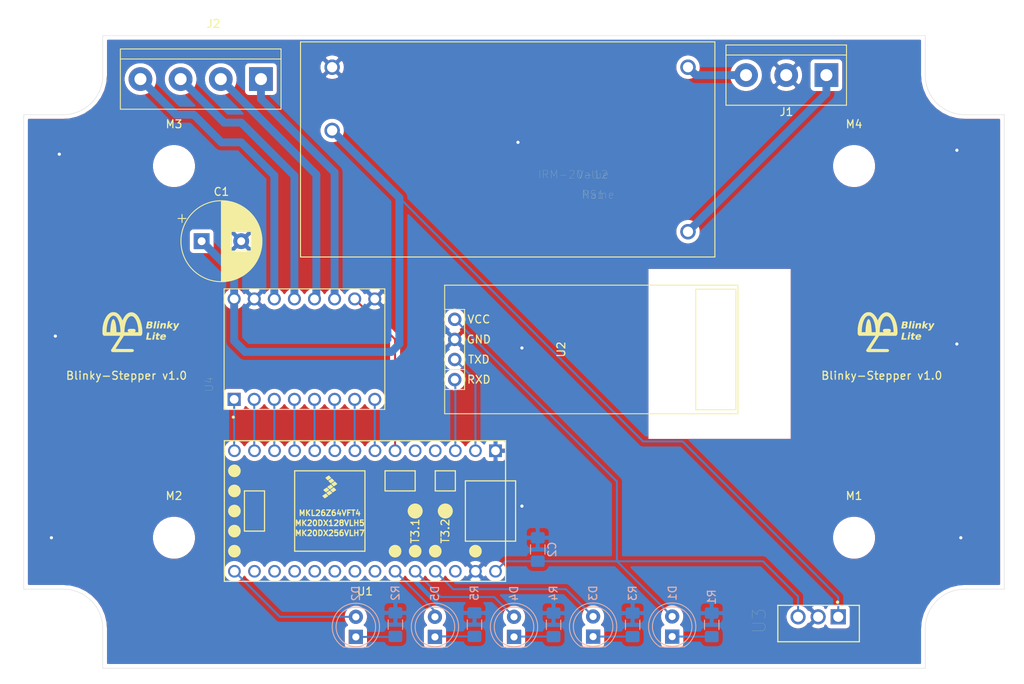
<source format=kicad_pcb>
(kicad_pcb (version 20171130) (host pcbnew 5.1.6-c6e7f7d~87~ubuntu18.04.1)
  (layers (0 F.Cu signal) (31 B.Cu signal) (34 B.Paste user) (35 F.Paste user) (36 B.SilkS user) (37 F.SilkS user) (38 B.Mask user) (39 F.Mask user) (44 Edge.Cuts user))
  (net 0 "")
  (net 1 +12V)
  (net 2 GND)
  (net 3 +5V)
  (net 4 "Net-(D1-Pad1)")
  (net 5 "Net-(D2-Pad1)")
  (net 6 "Net-(D2-Pad2)")
  (net 7 "Net-(D3-Pad2)")
  (net 8 "Net-(D3-Pad1)")
  (net 9 "Net-(D4-Pad1)")
  (net 10 "Net-(D4-Pad2)")
  (net 11 "Net-(D5-Pad1)")
  (net 12 "Net-(D5-Pad2)")
  (net 13 "Net-(J1-Pad1)")
  (net 14 "Net-(J1-Pad3)")
  (net 15 "Net-(J2-Pad2)")
  (net 16 "Net-(J2-Pad3)")
  (net 17 "Net-(J2-Pad1)")
  (net 18 "Net-(J2-Pad4)")
  (net 19 "Net-(U1-Pad17)")
  (net 20 "Net-(U1-Pad18)")
  (net 21 "Net-(U1-Pad19)")
  (net 22 "Net-(U1-Pad16)")
  (net 23 "Net-(U1-Pad15)")
  (net 24 "Net-(U1-Pad14)")
  (net 25 "Net-(U1-Pad21)")
  (net 26 "Net-(U1-Pad22)")
  (net 27 "Net-(U1-Pad23)")
  (net 28 "Net-(U1-Pad24)")
  (net 29 "Net-(U1-Pad25)")
  (net 30 "Net-(U1-Pad26)")
  (net 31 "Net-(U1-Pad27)")
  (net 32 "Net-(U1-Pad31)")
  (net 33 "Net-(U1-Pad34)")
  (net 34 "Net-(U1-Pad35)")
  (net 35 "Net-(U1-Pad36)")
  (net 36 "Net-(U1-Pad37)")
  (net 37 "Net-(U1-Pad13)")
  (net 38 "Net-(U1-Pad12)")
  (net 39 "Net-(U1-Pad11)")
  (net 40 "Net-(U1-Pad10)")
  (net 41 "Net-(U1-Pad9)")
  (net 42 "Net-(U1-Pad8)")
  (net 43 "Net-(U1-Pad7)")
  (net 44 "Net-(U1-Pad6)")
  (net 45 "Net-(U1-Pad5)")
  (net 46 "Net-(U1-Pad4)")
  (net 47 "Net-(U1-Pad3)")
  (net 48 "Net-(U1-Pad2)")
  (module dmcginnis427Footprints:blinkyLiteLogo (layer F.Cu) (at 103 97.5)
    (fp_text reference G*** hide)
    (fp_text value LOGO hide)
  )
  (module dmcginnis427Footprints:blinkyLiteLogo (layer F.Cu) (at 198.5 97.5)
    (fp_text reference G*** hide)
    (fp_text value LOGO hide)
  )
  (module MountingHole:MountingHole_4.3mm_M4 (layer F.Cu) (at 107 123.5)
    (fp_text reference M2 (at 0 -5.3) (layer F.SilkS))
    (fp_text value MountingHole_4.3mm_M4)
    (pad 1 np_thru_hole circle (at 0 0) (size 4.3 4.3) (drill 4.3) (layers *.Cu *.Mask))
  )
  (module MountingHole:MountingHole_4.3mm_M4 (layer F.Cu) (at 107 76.5)
    (fp_text reference M3 (at 0 -5.3) (layer F.SilkS))
    (fp_text value MountingHole_4.3mm_M4)
    (pad 1 np_thru_hole circle (at 0 0) (size 4.3 4.3) (drill 4.3) (layers *.Cu *.Mask))
  )
  (module MountingHole:MountingHole_4.3mm_M4 (layer F.Cu) (at 193 123.5)
    (fp_text reference M1 (at 0 -5.3) (layer F.SilkS))
    (fp_text value MountingHole_4.3mm_M4)
    (pad 1 np_thru_hole circle (at 0 0) (size 4.3 4.3) (drill 4.3) (layers *.Cu *.Mask))
  )
  (module MountingHole:MountingHole_4.3mm_M4 (layer F.Cu) (at 193 76.5)
    (fp_text reference M4 (at 0 -5.3) (layer F.SilkS))
    (fp_text value MountingHole_4.3mm_M4)
    (pad 1 np_thru_hole circle (at 0 0) (size 4.3 4.3) (drill 4.3) (layers *.Cu *.Mask))
  )
  (module Capacitor_THT:CP_Radial_D10.0mm_P5.00mm (layer F.Cu) (at 110.5 86)
    (fp_text reference C1 (at 2.5 -6.25) (layer F.SilkS))
    (fp_text value 100uF)
    (pad 1 thru_hole rect (at 0 0) (size 2 2) (drill 1) (layers *.Cu *.Mask) (net 1 +12V))
    (pad 2 thru_hole circle (at 5 0) (size 2 2) (drill 1) (layers *.Cu *.Mask) (net 2 GND))
  )
  (module Capacitor_SMD:C_1206_3216Metric_Pad1.42x1.75mm_HandSolder (layer B.Cu) (at 153 124.9875 90)
    (fp_text reference C2 (at 0 1.82 90) (layer B.SilkS) (effects (justify mirror)))
    (fp_text value 1uF)
    (pad 1 smd roundrect (at -1.4875 0 90) (size 1.425 1.75) (layers B.Cu B.Paste B.Mask) (roundrect_rratio 0.175439) (net 3 +5V))
    (pad 2 smd roundrect (at 1.4875 0 90) (size 1.425 1.75) (layers B.Cu B.Paste B.Mask) (roundrect_rratio 0.175439) (net 2 GND))
  )
  (module LED_THT:LED_D5.0mm (layer B.Cu) (at 170 136 90)
    (fp_text reference D1 (at 5.5 0.04 270) (layer B.SilkS) (effects (justify mirror)))
    (fp_text value LED)
    (pad 2 thru_hole circle (at 2.54 0 90) (size 1.8 1.8) (drill 0.9) (layers *.Cu *.Mask) (net 3 +5V))
    (pad 1 thru_hole rect (at 0 0 90) (size 1.8 1.8) (drill 0.9) (layers *.Cu *.Mask) (net 4 "Net-(D1-Pad1)"))
  )
  (module LED_THT:LED_D5.0mm (layer B.Cu) (at 130 136.04 90)
    (fp_text reference D2 (at 5.5 0 270) (layer B.SilkS) (effects (justify mirror)))
    (fp_text value LED)
    (pad 1 thru_hole rect (at 0 0 90) (size 1.8 1.8) (drill 0.9) (layers *.Cu *.Mask) (net 5 "Net-(D2-Pad1)"))
    (pad 2 thru_hole circle (at 2.54 0 90) (size 1.8 1.8) (drill 0.9) (layers *.Cu *.Mask) (net 6 "Net-(D2-Pad2)"))
  )
  (module LED_THT:LED_D5.0mm (layer B.Cu) (at 160 136 90)
    (fp_text reference D3 (at 5.5 0 270) (layer B.SilkS) (effects (justify mirror)))
    (fp_text value LED)
    (pad 2 thru_hole circle (at 2.54 0 90) (size 1.8 1.8) (drill 0.9) (layers *.Cu *.Mask) (net 7 "Net-(D3-Pad2)"))
    (pad 1 thru_hole rect (at 0 0 90) (size 1.8 1.8) (drill 0.9) (layers *.Cu *.Mask) (net 8 "Net-(D3-Pad1)"))
  )
  (module LED_THT:LED_D5.0mm (layer B.Cu) (at 150 136.04 90)
    (fp_text reference D4 (at 5.5 0 270) (layer B.SilkS) (effects (justify mirror)))
    (fp_text value LED)
    (pad 1 thru_hole rect (at 0 0 90) (size 1.8 1.8) (drill 0.9) (layers *.Cu *.Mask) (net 9 "Net-(D4-Pad1)"))
    (pad 2 thru_hole circle (at 2.54 0 90) (size 1.8 1.8) (drill 0.9) (layers *.Cu *.Mask) (net 10 "Net-(D4-Pad2)"))
  )
  (module LED_THT:LED_D5.0mm (layer B.Cu) (at 140 136.04 90)
    (fp_text reference D5 (at 5.5 0 270) (layer B.SilkS) (effects (justify mirror)))
    (fp_text value LED)
    (pad 1 thru_hole rect (at 0 0 90) (size 1.8 1.8) (drill 0.9) (layers *.Cu *.Mask) (net 11 "Net-(D5-Pad1)"))
    (pad 2 thru_hole circle (at 2.54 0 90) (size 1.8 1.8) (drill 0.9) (layers *.Cu *.Mask) (net 12 "Net-(D5-Pad2)"))
  )
  (module TerminalBlock:TerminalBlock_bornier-3_P5.08mm (layer F.Cu) (at 189.5 65 180)
    (fp_text reference J1 (at 5.05 -4.65) (layer F.SilkS))
    (fp_text value Screw_Terminal_01x03)
    (pad 1 thru_hole rect (at 0 0 180) (size 3 3) (drill 1.52) (layers *.Cu *.Mask) (net 13 "Net-(J1-Pad1)"))
    (pad 2 thru_hole circle (at 5.08 0 180) (size 3 3) (drill 1.52) (layers *.Cu *.Mask) (net 2 GND))
    (pad 3 thru_hole circle (at 10.16 0 180) (size 3 3) (drill 1.52) (layers *.Cu *.Mask) (net 14 "Net-(J1-Pad3)"))
  )
  (module TerminalBlock:TerminalBlock_bornier-4_P5.08mm (layer F.Cu) (at 118 65.5 180)
    (fp_text reference J2 (at 6 7) (layer F.SilkS))
    (fp_text value Screw_Terminal_01x04)
    (pad 2 thru_hole circle (at 5.08 0 180) (size 3 3) (drill 1.52) (layers *.Cu *.Mask) (net 15 "Net-(J2-Pad2)"))
    (pad 3 thru_hole circle (at 10.16 0 180) (size 3 3) (drill 1.52) (layers *.Cu *.Mask) (net 16 "Net-(J2-Pad3)"))
    (pad 1 thru_hole rect (at 0 0 180) (size 3 3) (drill 1.52) (layers *.Cu *.Mask) (net 17 "Net-(J2-Pad1)"))
    (pad 4 thru_hole circle (at 15.24 0 180) (size 3 3) (drill 1.52) (layers *.Cu *.Mask) (net 18 "Net-(J2-Pad4)"))
  )
  (module IRM-20-12:IRM-20-12 (layer F.Cu) (at 149.2 74.4 180)
    (fp_text reference PS1 (at -10.795 -5.715) (layer F.SilkS) (effects (font (thickness 0.015))))
    (fp_text value IRM-20-12 (at -8.255 -3.175) (layer F.SilkS) (effects (font (thickness 0.015))))
    (fp_text user Name (at -11.43 -5.715) (layer F.SilkS) (effects (font (thickness 0.015))))
    (fp_text user Value (at -10.795 -3.175) (layer F.SilkS) (effects (font (thickness 0.015))))
    (pad AC/N thru_hole circle (at -22.8 10.4 180) (size 1.95 1.95) (drill 1.3) (layers *.Cu *.Mask) (net 14 "Net-(J1-Pad3)"))
    (pad AC/L thru_hole circle (at -22.8 -10.4 180) (size 1.95 1.95) (drill 1.3) (layers *.Cu *.Mask) (net 13 "Net-(J1-Pad1)"))
    (pad V thru_hole circle (at 22.2 10.4 180) (size 1.95 1.95) (drill 1.3) (layers *.Cu *.Mask) (net 2 GND))
    (pad V+ thru_hole circle (at 22.2 2.4 180) (size 1.95 1.95) (drill 1.3) (layers *.Cu *.Mask) (net 1 +12V))
  )
  (module Resistor_SMD:R_1206_3216Metric_Pad1.42x1.75mm_HandSolder (layer B.Cu) (at 175 134.5125 270)
    (fp_text reference R1 (at -3.5 0 90) (layer B.SilkS) (effects (justify mirror)))
    (fp_text value 220)
    (pad 1 smd roundrect (at -1.4875 0 270) (size 1.425 1.75) (layers B.Cu B.Paste B.Mask) (roundrect_rratio 0.175439) (net 2 GND))
    (pad 2 smd roundrect (at 1.4875 0 270) (size 1.425 1.75) (layers B.Cu B.Paste B.Mask) (roundrect_rratio 0.175439) (net 4 "Net-(D1-Pad1)"))
  )
  (module Resistor_SMD:R_1206_3216Metric_Pad1.42x1.75mm_HandSolder (layer B.Cu) (at 135 134.4875 270)
    (fp_text reference R2 (at -4 0 90) (layer B.SilkS) (effects (justify mirror)))
    (fp_text value 220)
    (pad 2 smd roundrect (at 1.4875 0 270) (size 1.425 1.75) (layers B.Cu B.Paste B.Mask) (roundrect_rratio 0.175439) (net 5 "Net-(D2-Pad1)"))
    (pad 1 smd roundrect (at -1.4875 0 270) (size 1.425 1.75) (layers B.Cu B.Paste B.Mask) (roundrect_rratio 0.175439) (net 2 GND))
  )
  (module Resistor_SMD:R_1206_3216Metric_Pad1.42x1.75mm_HandSolder (layer B.Cu) (at 165 134.5125 270)
    (fp_text reference R3 (at -4 0 90) (layer B.SilkS) (effects (justify mirror)))
    (fp_text value 220)
    (pad 1 smd roundrect (at -1.4875 0 270) (size 1.425 1.75) (layers B.Cu B.Paste B.Mask) (roundrect_rratio 0.175439) (net 2 GND))
    (pad 2 smd roundrect (at 1.4875 0 270) (size 1.425 1.75) (layers B.Cu B.Paste B.Mask) (roundrect_rratio 0.175439) (net 8 "Net-(D3-Pad1)"))
  )
  (module Resistor_SMD:R_1206_3216Metric_Pad1.42x1.75mm_HandSolder (layer B.Cu) (at 155 134.5125 270)
    (fp_text reference R4 (at -4 0 90) (layer B.SilkS) (effects (justify mirror)))
    (fp_text value 220)
    (pad 2 smd roundrect (at 1.4875 0 270) (size 1.425 1.75) (layers B.Cu B.Paste B.Mask) (roundrect_rratio 0.175439) (net 9 "Net-(D4-Pad1)"))
    (pad 1 smd roundrect (at -1.4875 0 270) (size 1.425 1.75) (layers B.Cu B.Paste B.Mask) (roundrect_rratio 0.175439) (net 2 GND))
  )
  (module Resistor_SMD:R_1206_3216Metric_Pad1.42x1.75mm_HandSolder (layer B.Cu) (at 145 134.4875 270)
    (fp_text reference R5 (at -4 0 270) (layer B.SilkS) (effects (justify mirror)))
    (fp_text value 220)
    (pad 1 smd roundrect (at -1.4875 0 270) (size 1.425 1.75) (layers B.Cu B.Paste B.Mask) (roundrect_rratio 0.175439) (net 2 GND))
    (pad 2 smd roundrect (at 1.4875 0 270) (size 1.425 1.75) (layers B.Cu B.Paste B.Mask) (roundrect_rratio 0.175439) (net 11 "Net-(D5-Pad1)"))
  )
  (module TeensyFootprints:Teensy30_31_32_LC (layer F.Cu) (at 131.15 120.12 180)
    (fp_text reference U1 (at 0 -10.16) (layer F.SilkS))
    (fp_text value Teensy-LC)
    (fp_text user T3.2 (at -10.16 -2.54 90) (layer F.SilkS))
    (fp_text user T3.1 (at -6.35 -2.54 90) (layer F.SilkS))
    (fp_text user MK20DX256VLH7 (at 4.445 -2.794) (layer F.SilkS) (effects (font (size 0.7 0.7))))
    (fp_text user MKL26Z64VFT4 (at 4.445 -0.254) (layer F.SilkS) (effects (font (size 0.7 0.7))))
    (fp_text user MK20DX128VLH5 (at 4.445 -1.524) (layer F.SilkS) (effects (font (size 0.7 0.7))))
    (pad 17 connect circle (at 16.51 0 180) (size 1.6 1.6) (layers F.SilkS) (net 19 "Net-(U1-Pad17)"))
    (pad 18 connect circle (at 16.51 -2.54 180) (size 1.6 1.6) (layers F.SilkS) (net 20 "Net-(U1-Pad18)"))
    (pad 19 connect circle (at 16.51 -5.08 180) (size 1.6 1.6) (layers F.SilkS) (net 21 "Net-(U1-Pad19)"))
    (pad 20 thru_hole circle (at 16.51 -7.62 180) (size 1.6 1.6) (drill 1.1) (layers *.Cu *.Mask) (net 6 "Net-(D2-Pad2)"))
    (pad 16 connect circle (at 16.51 2.54 180) (size 1.6 1.6) (layers F.SilkS) (net 22 "Net-(U1-Pad16)"))
    (pad 15 connect circle (at 16.51 5.08 180) (size 1.6 1.6) (layers F.SilkS) (net 23 "Net-(U1-Pad15)"))
    (pad 14 thru_hole circle (at 16.51 7.62 180) (size 1.6 1.6) (drill 1.1) (layers *.Cu *.Mask) (net 24 "Net-(U1-Pad14)"))
    (pad 21 thru_hole circle (at 13.97 -7.62 180) (size 1.6 1.6) (drill 1.1) (layers *.Cu *.Mask) (net 25 "Net-(U1-Pad21)"))
    (pad 22 thru_hole circle (at 11.43 -7.62 180) (size 1.6 1.6) (drill 1.1) (layers *.Cu *.Mask) (net 26 "Net-(U1-Pad22)"))
    (pad 23 thru_hole circle (at 8.89 -7.62 180) (size 1.6 1.6) (drill 1.1) (layers *.Cu *.Mask) (net 27 "Net-(U1-Pad23)"))
    (pad 24 thru_hole circle (at 6.35 -7.62 180) (size 1.6 1.6) (drill 1.1) (layers *.Cu *.Mask) (net 28 "Net-(U1-Pad24)"))
    (pad 25 thru_hole circle (at 3.81 -7.62 180) (size 1.6 1.6) (drill 1.1) (layers *.Cu *.Mask) (net 29 "Net-(U1-Pad25)"))
    (pad 26 thru_hole circle (at 1.27 -7.62 180) (size 1.6 1.6) (drill 1.1) (layers *.Cu *.Mask) (net 30 "Net-(U1-Pad26)"))
    (pad 27 thru_hole circle (at -1.27 -7.62 180) (size 1.6 1.6) (drill 1.1) (layers *.Cu *.Mask) (net 31 "Net-(U1-Pad27)"))
    (pad 28 thru_hole circle (at -3.81 -7.62 180) (size 1.6 1.6) (drill 1.1) (layers *.Cu *.Mask) (net 12 "Net-(D5-Pad2)"))
    (pad 29 thru_hole circle (at -6.35 -7.62 180) (size 1.6 1.6) (drill 1.1) (layers *.Cu *.Mask) (net 10 "Net-(D4-Pad2)"))
    (pad 30 thru_hole circle (at -8.89 -7.62 180) (size 1.6 1.6) (drill 1.1) (layers *.Cu *.Mask) (net 7 "Net-(D3-Pad2)"))
    (pad 31 thru_hole circle (at -11.43 -7.62 180) (size 1.6 1.6) (drill 1.1) (layers *.Cu *.Mask) (net 32 "Net-(U1-Pad31)"))
    (pad 32 thru_hole circle (at -13.97 -7.62 180) (size 1.6 1.6) (drill 1.1) (layers *.Cu *.Mask) (net 2 GND))
    (pad 33 thru_hole circle (at -16.51 -7.62 180) (size 1.6 1.6) (drill 1.1) (layers *.Cu *.Mask) (net 3 +5V))
    (pad 34 connect circle (at -13.97 -5.08 180) (size 1.6 1.6) (layers F.SilkS) (net 33 "Net-(U1-Pad34)"))
    (pad 35 connect circle (at -8.89 -5.08 180) (size 1.6 1.6) (layers F.SilkS) (net 34 "Net-(U1-Pad35)"))
    (pad 36 connect circle (at -6.35 -5.08 180) (size 1.6 1.6) (layers F.SilkS) (net 35 "Net-(U1-Pad36)"))
    (pad 37 connect circle (at -3.81 -5.08 180) (size 1.6 1.6) (layers F.SilkS) (net 36 "Net-(U1-Pad37)"))
    (pad 13 thru_hole circle (at 13.97 7.62 180) (size 1.6 1.6) (drill 1.1) (layers *.Cu *.Mask) (net 37 "Net-(U1-Pad13)"))
    (pad 12 thru_hole circle (at 11.43 7.62 180) (size 1.6 1.6) (drill 1.1) (layers *.Cu *.Mask) (net 38 "Net-(U1-Pad12)"))
    (pad 11 thru_hole circle (at 8.89 7.62 180) (size 1.6 1.6) (drill 1.1) (layers *.Cu *.Mask) (net 39 "Net-(U1-Pad11)"))
    (pad 10 thru_hole circle (at 6.35 7.62 180) (size 1.6 1.6) (drill 1.1) (layers *.Cu *.Mask) (net 40 "Net-(U1-Pad10)"))
    (pad 9 thru_hole circle (at 3.81 7.62 180) (size 1.6 1.6) (drill 1.1) (layers *.Cu *.Mask) (net 41 "Net-(U1-Pad9)"))
    (pad 8 thru_hole circle (at 1.27 7.62 180) (size 1.6 1.6) (drill 1.1) (layers *.Cu *.Mask) (net 42 "Net-(U1-Pad8)"))
    (pad 7 thru_hole circle (at -1.27 7.62 180) (size 1.6 1.6) (drill 1.1) (layers *.Cu *.Mask) (net 43 "Net-(U1-Pad7)"))
    (pad 6 thru_hole circle (at -3.81 7.62 180) (size 1.6 1.6) (drill 1.1) (layers *.Cu *.Mask) (net 44 "Net-(U1-Pad6)"))
    (pad 5 thru_hole circle (at -6.35 7.62 180) (size 1.6 1.6) (drill 1.1) (layers *.Cu *.Mask) (net 45 "Net-(U1-Pad5)"))
    (pad 4 thru_hole circle (at -8.89 7.62 180) (size 1.6 1.6) (drill 1.1) (layers *.Cu *.Mask) (net 46 "Net-(U1-Pad4)"))
    (pad 3 thru_hole circle (at -11.43 7.62 180) (size 1.6 1.6) (drill 1.1) (layers *.Cu *.Mask) (net 47 "Net-(U1-Pad3)"))
    (pad 2 thru_hole circle (at -13.97 7.62 180) (size 1.6 1.6) (drill 1.1) (layers *.Cu *.Mask) (net 48 "Net-(U1-Pad2)"))
    (pad 1 thru_hole rect (at -16.51 7.62 180) (size 1.6 1.6) (drill 1.1) (layers *.Cu *.Mask) (net 2 GND))
    (pad 52 connect circle (at -6.35 0 180) (size 1.9 1.9) (layers F.SilkS))
    (pad 52 connect circle (at -10.16 0 180) (size 1.9 1.9) (layers F.SilkS))
  )
  (module L7805ABV:TO254P460X1020X1945-3P (layer F.Cu) (at 188.46 133.5 270)
    (fp_text reference U3 (at 0.5 7.46 90) (layer F.SilkS) (effects (font (size 1.641882 1.641882) (thickness 0.015))))
    (fp_text value L7805ABV)
    (pad 1 thru_hole rect (at 0 -2.54 270) (size 1.91 1.91) (drill 1.27) (layers *.Cu *.Mask) (net 1 +12V))
    (pad 2 thru_hole circle (at 0 0 270) (size 1.91 1.91) (drill 1.27) (layers *.Cu *.Mask) (net 2 GND))
    (pad 3 thru_hole circle (at 0 2.54 270) (size 1.91 1.91) (drill 1.27) (layers *.Cu *.Mask) (net 3 +5V))
  )
  (module DRV8825:IC_DRV8825_STEPPER_MOTOR_DRIVER_CARRIER (layer F.Cu) (at 123.5 99.65 90)
    (fp_text reference U4 (at -4.445 -12.065 90) (layer F.SilkS) (effects (font (thickness 0.015))))
    (fp_text value DRV8825_STEPPER_MOTOR_DRIVER_CARRIER)
    (pad 4 thru_hole circle (at -6.35 -1.27 90) (size 1.65 1.65) (drill 1.1) (layers *.Cu *.Mask) (net 39 "Net-(U1-Pad11)"))
    (pad 13 thru_hole circle (at 6.35 -1.27 90) (size 1.65 1.65) (drill 1.1) (layers *.Cu *.Mask) (net 16 "Net-(J2-Pad3)"))
    (pad 5 thru_hole circle (at -6.35 1.27 90) (size 1.65 1.65) (drill 1.1) (layers *.Cu *.Mask) (net 40 "Net-(U1-Pad10)"))
    (pad 6 thru_hole circle (at -6.35 3.81 90) (size 1.65 1.65) (drill 1.1) (layers *.Cu *.Mask) (net 41 "Net-(U1-Pad9)"))
    (pad 7 thru_hole circle (at -6.35 6.35 90) (size 1.65 1.65) (drill 1.1) (layers *.Cu *.Mask) (net 42 "Net-(U1-Pad8)"))
    (pad 8 thru_hole circle (at -6.35 8.89 90) (size 1.65 1.65) (drill 1.1) (layers *.Cu *.Mask) (net 43 "Net-(U1-Pad7)"))
    (pad 3 thru_hole circle (at -6.35 -3.81 90) (size 1.65 1.65) (drill 1.1) (layers *.Cu *.Mask) (net 38 "Net-(U1-Pad12)"))
    (pad 2 thru_hole circle (at -6.35 -6.35 90) (size 1.65 1.65) (drill 1.1) (layers *.Cu *.Mask) (net 37 "Net-(U1-Pad13)"))
    (pad 1 thru_hole rect (at -6.35 -8.89 90) (size 1.65 1.65) (drill 1.1) (layers *.Cu *.Mask) (net 24 "Net-(U1-Pad14)"))
    (pad 14 thru_hole circle (at 6.35 -3.81 90) (size 1.65 1.65) (drill 1.1) (layers *.Cu *.Mask) (net 18 "Net-(J2-Pad4)"))
    (pad 15 thru_hole circle (at 6.35 -6.35 90) (size 1.65 1.65) (drill 1.1) (layers *.Cu *.Mask) (net 2 GND))
    (pad 16 thru_hole circle (at 6.35 -8.89 90) (size 1.65 1.65) (drill 1.1) (layers *.Cu *.Mask) (net 1 +12V))
    (pad 12 thru_hole circle (at 6.35 1.27 90) (size 1.65 1.65) (drill 1.1) (layers *.Cu *.Mask) (net 15 "Net-(J2-Pad2)"))
    (pad 11 thru_hole circle (at 6.35 3.81 90) (size 1.65 1.65) (drill 1.1) (layers *.Cu *.Mask) (net 17 "Net-(J2-Pad1)"))
    (pad 10 thru_hole circle (at 6.35 6.35 90) (size 1.65 1.65) (drill 1.1) (layers *.Cu *.Mask) (net 44 "Net-(U1-Pad6)"))
    (pad 9 thru_hole circle (at 6.35 8.89 90) (size 1.65 1.65) (drill 1.1) (layers *.Cu *.Mask) (net 2 GND))
  )
  (module dmcginnis427Footprints:HC06 (layer F.Cu) (at 142.5 99.69 90)
    (fp_text reference U2 (at 0 13.462 90) (layer F.SilkS))
    (fp_text value HC06)
    (fp_text user RXD (at -3.81 3.048) (layer F.SilkS))
    (fp_text user TXD (at -1.27 3.048) (layer F.SilkS))
    (fp_text user GND (at 1.27 3.048) (layer F.SilkS))
    (fp_text user VCC (at 3.81 3.048) (layer F.SilkS))
    (pad 1 thru_hole circle (at -3.81 0 90) (size 1.7 1.7) (drill 1) (layers *.Cu *.Mask) (net 47 "Net-(U1-Pad3)"))
    (pad 2 thru_hole circle (at -1.27 0 90) (size 1.7 1.7) (drill 1) (layers *.Cu *.Mask) (net 48 "Net-(U1-Pad2)"))
    (pad 3 thru_hole circle (at 1.27 0 90) (size 1.7 1.7) (drill 1) (layers *.Cu *.Mask) (net 2 GND))
    (pad 4 thru_hole circle (at 3.81 0 90) (size 1.7 1.7) (drill 1) (layers *.Cu *.Mask) (net 3 +5V))
  )
  (gr_text "Blinky-Stepper v1.0" (at 101 103) (layer F.SilkS) (effects (font (size 1 1))))
  (gr_text "Blinky-Stepper v1.0" (at 196.5 103) (layer F.SilkS) (effects (font (size 1 1))))
  (gr_line (start 202 65) (end 202 60) (layer Edge.Cuts) (width 0.05))
  (gr_line (start 207 70) (end 212 70) (layer Edge.Cuts) (width 0.05))
  (gr_arc (start 207 65) (end 202 65) (angle -90) (layer Edge.Cuts) (width 0.05))
  (gr_line (start 207 130) (end 212 130) (layer Edge.Cuts) (width 0.05))
  (gr_line (start 202 135) (end 202 140) (layer Edge.Cuts) (width 0.05))
  (gr_arc (start 207 135) (end 207 130) (angle -90) (layer Edge.Cuts) (width 0.05))
  (gr_line (start 93 130) (end 88 130) (layer Edge.Cuts) (width 0.05))
  (gr_line (start 98 135) (end 98 140) (layer Edge.Cuts) (width 0.05))
  (gr_arc (start 93 135) (end 98 135) (angle -90) (layer Edge.Cuts) (width 0.05))
  (gr_line (start 93 70) (end 88 70) (layer Edge.Cuts) (width 0.05))
  (gr_line (start 98 65) (end 98 60) (layer Edge.Cuts) (width 0.05))
  (gr_arc (start 93 65) (end 93 70) (angle -90) (layer Edge.Cuts) (width 0.05))
  (gr_line (start 88 130) (end 88 70) (layer Edge.Cuts) (width 0.05))
  (gr_line (start 202 140) (end 98 140) (layer Edge.Cuts) (width 0.05))
  (gr_line (start 212 70) (end 212 130) (layer Edge.Cuts) (width 0.05))
  (gr_line (start 98 60) (end 202 60) (layer Edge.Cuts) (width 0.05))
  (segment (start 134.5 100) (end 116 100) (width 1) (layer B.Cu) (net 1))
  (segment (start 135.5 99) (end 134.5 100) (width 1) (layer B.Cu) (net 1))
  (segment (start 114.61 98.61) (end 114.61 93.3) (width 1) (layer B.Cu) (net 1))
  (segment (start 127 72) (end 135.5 80.5) (width 1) (layer B.Cu) (net 1))
  (segment (start 116 100) (end 114.61 98.61) (width 1) (layer B.Cu) (net 1))
  (segment (start 114.61 90.11) (end 110.5 86) (width 1) (layer B.Cu) (net 1))
  (segment (start 114.61 93.3) (end 114.61 90.11) (width 1) (layer B.Cu) (net 1))
  (segment (start 135.5 80.5) (end 135.5 99) (width 1) (layer B.Cu) (net 1))
  (segment (start 191 133.5) (end 191 131) (width 0.25) (layer B.Cu) (net 1))
  (segment (start 166.32501 111.32501) (end 135.5 80.5) (width 0.25) (layer B.Cu) (net 1))
  (segment (start 171.32501 111.32501) (end 166.32501 111.32501) (width 0.25) (layer B.Cu) (net 1))
  (segment (start 191 131) (end 171.32501 111.32501) (width 0.25) (layer B.Cu) (net 1))
  (via (at 206 74.5) (size 0.8) (drill 0.4) (layers F.Cu B.Cu) (net 2))
  (via (at 206 99) (size 0.8) (drill 0.4) (layers F.Cu B.Cu) (net 2))
  (via (at 206.5 123.5) (size 0.8) (drill 0.4) (layers F.Cu B.Cu) (net 2))
  (via (at 92.5 75) (size 0.8) (drill 0.4) (layers F.Cu B.Cu) (net 2))
  (via (at 92 98) (size 0.8) (drill 0.4) (layers F.Cu B.Cu) (net 2))
  (via (at 91.5 123.5) (size 0.8) (drill 0.4) (layers F.Cu B.Cu) (net 2))
  (via (at 150.5 73.5) (size 0.8) (drill 0.4) (layers F.Cu B.Cu) (net 2))
  (via (at 151 99.5) (size 0.8) (drill 0.4) (layers F.Cu B.Cu) (net 2))
  (via (at 151 119.5) (size 0.8) (drill 0.4) (layers F.Cu B.Cu) (net 2))
  (segment (start 163.015 126.475) (end 153 126.475) (width 0.25) (layer B.Cu) (net 3))
  (segment (start 170 133.46) (end 163.015 126.475) (width 0.25) (layer B.Cu) (net 3))
  (segment (start 148.925 126.475) (end 147.66 127.74) (width 0.25) (layer B.Cu) (net 3))
  (segment (start 153 126.475) (end 148.925 126.475) (width 0.25) (layer B.Cu) (net 3))
  (segment (start 163.015 116.395) (end 163.015 126.475) (width 0.25) (layer B.Cu) (net 3))
  (segment (start 142.5 95.88) (end 163.015 116.395) (width 0.25) (layer B.Cu) (net 3))
  (segment (start 185.92 133.5) (end 185.92 130.92) (width 0.25) (layer B.Cu) (net 3))
  (segment (start 181.475 126.475) (end 163.015 126.475) (width 0.25) (layer B.Cu) (net 3))
  (segment (start 185.92 130.92) (end 181.475 126.475) (width 0.25) (layer B.Cu) (net 3))
  (segment (start 175 136) (end 170 136) (width 0.25) (layer B.Cu) (net 4))
  (segment (start 134.935 136.04) (end 135 135.975) (width 0.25) (layer B.Cu) (net 5))
  (segment (start 130 136.04) (end 134.935 136.04) (width 0.25) (layer B.Cu) (net 5))
  (segment (start 120.4 133.5) (end 130 133.5) (width 0.25) (layer B.Cu) (net 6))
  (segment (start 114.64 127.74) (end 120.4 133.5) (width 0.25) (layer B.Cu) (net 6))
  (segment (start 140.04 127.74) (end 142.3 130) (width 0.25) (layer B.Cu) (net 7))
  (segment (start 156.54 130) (end 160 133.46) (width 0.25) (layer B.Cu) (net 7))
  (segment (start 142.3 130) (end 156.54 130) (width 0.25) (layer B.Cu) (net 7))
  (segment (start 165 136) (end 160 136) (width 0.25) (layer B.Cu) (net 8))
  (segment (start 150.04 136) (end 150 136.04) (width 0.25) (layer B.Cu) (net 9))
  (segment (start 155 136) (end 150.04 136) (width 0.25) (layer B.Cu) (net 9))
  (segment (start 137.5 127.74) (end 140.76 131) (width 0.25) (layer B.Cu) (net 10))
  (segment (start 147.5 131) (end 150 133.5) (width 0.25) (layer B.Cu) (net 10))
  (segment (start 140.76 131) (end 147.5 131) (width 0.25) (layer B.Cu) (net 10))
  (segment (start 140.065 135.975) (end 140 136.04) (width 0.25) (layer B.Cu) (net 11))
  (segment (start 145 135.975) (end 140.065 135.975) (width 0.25) (layer B.Cu) (net 11))
  (segment (start 140 132.78) (end 140 133.5) (width 0.25) (layer B.Cu) (net 12))
  (segment (start 134.96 127.74) (end 140 132.78) (width 0.25) (layer B.Cu) (net 12))
  (segment (start 189.5 67.3) (end 172 84.8) (width 1) (layer B.Cu) (net 13))
  (segment (start 189.5 65) (end 189.5 67.3) (width 1) (layer B.Cu) (net 13))
  (segment (start 173 65) (end 172 64) (width 1) (layer B.Cu) (net 14))
  (segment (start 179.34 65) (end 173 65) (width 1) (layer B.Cu) (net 14))
  (segment (start 112.92 65.5) (end 125 77.58) (width 1) (layer B.Cu) (net 15))
  (segment (start 125 93.07) (end 124.77 93.3) (width 1) (layer B.Cu) (net 15))
  (segment (start 125 77.58) (end 125 93.07) (width 1) (layer B.Cu) (net 15))
  (segment (start 107.84 65.5) (end 113.34 71) (width 1) (layer B.Cu) (net 16))
  (segment (start 113.34 71) (end 115.5 71) (width 1) (layer B.Cu) (net 16))
  (segment (start 122.23 77.73) (end 122.23 93.3) (width 1) (layer B.Cu) (net 16))
  (segment (start 115.5 71) (end 122.23 77.73) (width 1) (layer B.Cu) (net 16))
  (segment (start 127.31 77.31) (end 127.31 93.3) (width 1) (layer B.Cu) (net 17))
  (segment (start 118 68) (end 127.31 77.31) (width 1) (layer B.Cu) (net 17))
  (segment (start 118 65.5) (end 118 68) (width 1) (layer B.Cu) (net 17))
  (segment (start 102.76 65.5) (end 107.26 70) (width 1) (layer B.Cu) (net 18))
  (segment (start 107.26 70) (end 109.5 70) (width 1) (layer B.Cu) (net 18))
  (segment (start 113 73.5) (end 115.5 73.5) (width 1) (layer B.Cu) (net 18))
  (segment (start 109.5 70) (end 113 73.5) (width 1) (layer B.Cu) (net 18))
  (segment (start 119.69 77.69) (end 119.69 93.3) (width 1) (layer B.Cu) (net 18))
  (segment (start 115.5 73.5) (end 119.69 77.69) (width 1) (layer B.Cu) (net 18))
  (segment (start 114.61 112.47) (end 114.64 112.5) (width 0.25) (layer B.Cu) (net 24))
  (segment (start 114.61 106) (end 114.61 112.47) (width 0.25) (layer B.Cu) (net 24))
  (segment (start 117.15 112.47) (end 117.18 112.5) (width 0.25) (layer B.Cu) (net 37))
  (segment (start 117.15 106) (end 117.15 112.47) (width 0.25) (layer B.Cu) (net 37))
  (segment (start 119.69 112.47) (end 119.72 112.5) (width 0.25) (layer B.Cu) (net 38))
  (segment (start 119.69 106) (end 119.69 112.47) (width 0.25) (layer B.Cu) (net 38))
  (segment (start 122.23 112.47) (end 122.26 112.5) (width 0.25) (layer B.Cu) (net 39))
  (segment (start 122.23 106) (end 122.23 112.47) (width 0.25) (layer B.Cu) (net 39))
  (segment (start 124.77 112.47) (end 124.8 112.5) (width 0.25) (layer B.Cu) (net 40))
  (segment (start 124.77 106) (end 124.77 112.47) (width 0.25) (layer B.Cu) (net 40))
  (segment (start 127.31 112.47) (end 127.34 112.5) (width 0.25) (layer B.Cu) (net 41))
  (segment (start 127.31 106) (end 127.31 112.47) (width 0.25) (layer B.Cu) (net 41))
  (segment (start 129.85 112.47) (end 129.88 112.5) (width 0.25) (layer B.Cu) (net 42))
  (segment (start 129.85 106) (end 129.85 112.47) (width 0.25) (layer B.Cu) (net 42))
  (segment (start 132.39 112.47) (end 132.42 112.5) (width 0.25) (layer B.Cu) (net 43))
  (segment (start 132.39 106) (end 132.39 112.47) (width 0.25) (layer B.Cu) (net 43))
  (segment (start 134.96 98.41) (end 129.85 93.3) (width 0.25) (layer F.Cu) (net 44))
  (segment (start 134.96 112.5) (end 134.96 98.41) (width 0.25) (layer F.Cu) (net 44))
  (segment (start 142.58 103.58) (end 142.5 103.5) (width 0.25) (layer B.Cu) (net 47))
  (segment (start 142.58 112.5) (end 142.58 103.58) (width 0.25) (layer B.Cu) (net 47))
  (segment (start 145.12 103.58) (end 142.5 100.96) (width 0.25) (layer B.Cu) (net 48))
  (segment (start 145.12 112.5) (end 145.12 103.58) (width 0.25) (layer B.Cu) (net 48))
  (zone (net 0) (net_name "") (layers F&B.Cu) (connect_pads (clearance 0.508)) (min_thickness 0.254)
    (keepout (tracks not_allowed) (vias not_allowed) (copperpour not_allowed))
    (fill (arc_segments 32) (thermal_gap 0.508) (thermal_bridge_width 0.508))
    (polygon (pts (xy 185 111) (xy 167 111) (xy 167 89.5) (xy 185 89.5)))
  )
  (zone (net 2) (net_name GND) (layer F.Cu) (connect_pads (clearance 0.508)) (min_thickness 0.254) (fill yes (arc_segments 32) (thermal_gap 0.508) (thermal_bridge_width 0.508))
    (polygon (pts (xy 214.5 142) (xy 85 142) (xy 85 55.5) (xy 214.5 55.5)))
  )
  (zone (net 2) (net_name GND) (layer B.Cu) (connect_pads (clearance 0.508)) (min_thickness 0.254) (fill yes (arc_segments 32) (thermal_gap 0.508) (thermal_bridge_width 0.508))
    (polygon (pts (xy 214.5 142) (xy 85 142) (xy 85 55.5) (xy 214.5 55.5)))
  )
)
</source>
